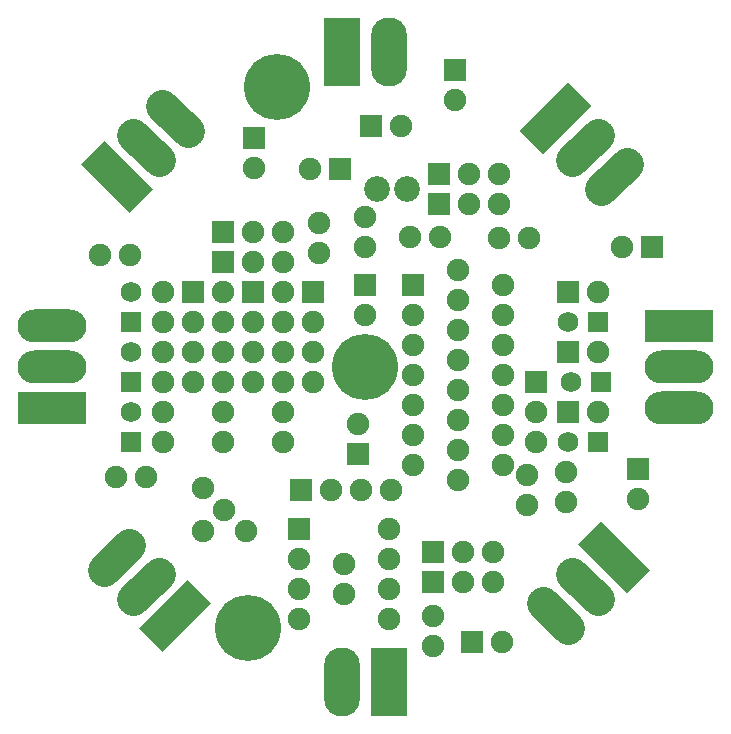
<source format=gts>
G04 (created by PCBNEW-RS274X (2012-apr-16-27)-stable) date Mon 30 Jun 2014 11:26:30 PM CST*
G01*
G70*
G90*
%MOIN*%
G04 Gerber Fmt 3.4, Leading zero omitted, Abs format*
%FSLAX34Y34*%
G04 APERTURE LIST*
%ADD10C,0.006000*%
%ADD11C,0.075000*%
%ADD12R,0.075000X0.075000*%
%ADD13C,0.086000*%
%ADD14C,0.220000*%
%ADD15R,0.068000X0.068000*%
%ADD16C,0.068000*%
%ADD17R,0.120000X0.230000*%
%ADD18O,0.120000X0.230000*%
%ADD19C,0.110000*%
%ADD20R,0.230000X0.110000*%
%ADD21O,0.230000X0.110000*%
G04 APERTURE END LIST*
G54D10*
G54D11*
X42093Y-44043D03*
X42800Y-44750D03*
X43507Y-45457D03*
X42093Y-45457D03*
G54D12*
X54250Y-37500D03*
G54D11*
X55250Y-37500D03*
G54D12*
X54250Y-41500D03*
G54D11*
X55250Y-41500D03*
G54D12*
X47500Y-37250D03*
G54D11*
X47500Y-38250D03*
G54D13*
X47900Y-34050D03*
X48900Y-34050D03*
G54D12*
X45300Y-45400D03*
G54D11*
X45300Y-46400D03*
X45300Y-47400D03*
X45300Y-48400D03*
X48300Y-48400D03*
X48300Y-47400D03*
X48300Y-46400D03*
X48300Y-45400D03*
G54D12*
X49100Y-37250D03*
G54D11*
X49100Y-38250D03*
X49100Y-39250D03*
X49100Y-40250D03*
X49100Y-41250D03*
X49100Y-42250D03*
X49100Y-43250D03*
X52100Y-43250D03*
X52100Y-42250D03*
X52100Y-41250D03*
X52100Y-40250D03*
X52100Y-39250D03*
X52100Y-38250D03*
X52100Y-37250D03*
X49750Y-48300D03*
X49750Y-49300D03*
X46800Y-46550D03*
X46800Y-47550D03*
X50600Y-36750D03*
X50600Y-37750D03*
X50600Y-41750D03*
X50600Y-40750D03*
X50600Y-42750D03*
X50600Y-43750D03*
X50600Y-39750D03*
X50600Y-38750D03*
X49000Y-35650D03*
X50000Y-35650D03*
X52950Y-35700D03*
X51950Y-35700D03*
X52900Y-44600D03*
X52900Y-43600D03*
X54200Y-44500D03*
X54200Y-43500D03*
X39650Y-36250D03*
X38650Y-36250D03*
X45950Y-36200D03*
X45950Y-35200D03*
X47500Y-36000D03*
X47500Y-35000D03*
X56600Y-44400D03*
G54D12*
X56600Y-43400D03*
G54D11*
X40200Y-43650D03*
X39200Y-43650D03*
G54D14*
X47500Y-40000D03*
G54D15*
X55250Y-42500D03*
G54D16*
X54250Y-42500D03*
G54D15*
X39700Y-42500D03*
G54D16*
X39700Y-41500D03*
G54D15*
X55350Y-40500D03*
G54D16*
X54350Y-40500D03*
G54D15*
X39700Y-40500D03*
G54D16*
X39700Y-39500D03*
G54D15*
X55250Y-38500D03*
G54D16*
X54250Y-38500D03*
G54D15*
X39700Y-38500D03*
G54D16*
X39700Y-37500D03*
G54D11*
X40750Y-38500D03*
X40750Y-37500D03*
X42750Y-38500D03*
X42750Y-37500D03*
X44750Y-38500D03*
X44750Y-37500D03*
X40750Y-40500D03*
X40750Y-39500D03*
X42750Y-40500D03*
X42750Y-39500D03*
X44750Y-40500D03*
X44750Y-39500D03*
X40750Y-42500D03*
X40750Y-41500D03*
X42750Y-42500D03*
X42750Y-41500D03*
X44750Y-42500D03*
X44750Y-41500D03*
X52050Y-49150D03*
G54D12*
X51050Y-49150D03*
G54D11*
X45650Y-33400D03*
G54D12*
X46650Y-33400D03*
G54D11*
X43800Y-33350D03*
G54D12*
X43800Y-32350D03*
G54D11*
X47250Y-41900D03*
G54D12*
X47250Y-42900D03*
G54D11*
X50500Y-31100D03*
G54D12*
X50500Y-30100D03*
G54D11*
X48700Y-31950D03*
G54D12*
X47700Y-31950D03*
G54D11*
X56050Y-36000D03*
G54D12*
X57050Y-36000D03*
X54250Y-39500D03*
G54D11*
X55250Y-39500D03*
G54D14*
X44550Y-30650D03*
X43600Y-48700D03*
G54D12*
X45750Y-37500D03*
G54D11*
X45750Y-38500D03*
X45750Y-39500D03*
X45750Y-40500D03*
G54D12*
X43750Y-37500D03*
G54D11*
X43750Y-38500D03*
X43750Y-39500D03*
X43750Y-40500D03*
G54D12*
X45350Y-44100D03*
G54D11*
X46350Y-44100D03*
X47350Y-44100D03*
X48350Y-44100D03*
G54D12*
X41750Y-37500D03*
G54D11*
X41750Y-38500D03*
X41750Y-39500D03*
X41750Y-40500D03*
G54D17*
X48280Y-50500D03*
G54D18*
X46720Y-50500D03*
G54D17*
X46720Y-29500D03*
G54D18*
X48280Y-29500D03*
G54D10*
G36*
X42358Y-47868D02*
X40732Y-49494D01*
X39954Y-48716D01*
X41580Y-47090D01*
X42358Y-47868D01*
X42358Y-47868D01*
G37*
G54D19*
X39758Y-47742D02*
X40606Y-46894D01*
X38784Y-46768D02*
X39632Y-45920D01*
G54D20*
X37050Y-41378D03*
G54D21*
X37050Y-40000D03*
X37050Y-38622D03*
G54D10*
G36*
X39632Y-34858D02*
X38006Y-33232D01*
X38784Y-32454D01*
X40410Y-34080D01*
X39632Y-34858D01*
X39632Y-34858D01*
G37*
G54D19*
X39758Y-32258D02*
X40606Y-33106D01*
X40732Y-31284D02*
X41580Y-32132D01*
G54D10*
G36*
X52642Y-32132D02*
X54268Y-30506D01*
X55046Y-31284D01*
X53420Y-32910D01*
X52642Y-32132D01*
X52642Y-32132D01*
G37*
G54D19*
X55242Y-32258D02*
X54394Y-33106D01*
X56216Y-33232D02*
X55368Y-34080D01*
G54D20*
X57950Y-38622D03*
G54D21*
X57950Y-40000D03*
X57950Y-41378D03*
G54D10*
G36*
X55368Y-45142D02*
X56994Y-46768D01*
X56216Y-47546D01*
X54590Y-45920D01*
X55368Y-45142D01*
X55368Y-45142D01*
G37*
G54D19*
X55242Y-47742D02*
X54394Y-46894D01*
X54268Y-48716D02*
X53420Y-47868D01*
G54D12*
X49950Y-34550D03*
G54D11*
X50950Y-34550D03*
X51950Y-34550D03*
G54D12*
X49950Y-33550D03*
G54D11*
X50950Y-33550D03*
X51950Y-33550D03*
G54D12*
X42750Y-36500D03*
G54D11*
X43750Y-36500D03*
X44750Y-36500D03*
G54D12*
X42750Y-35500D03*
G54D11*
X43750Y-35500D03*
X44750Y-35500D03*
G54D12*
X49750Y-46150D03*
G54D11*
X50750Y-46150D03*
X51750Y-46150D03*
G54D12*
X49750Y-47150D03*
G54D11*
X50750Y-47150D03*
X51750Y-47150D03*
G54D12*
X53200Y-40500D03*
G54D11*
X53200Y-41500D03*
X53200Y-42500D03*
M02*

</source>
